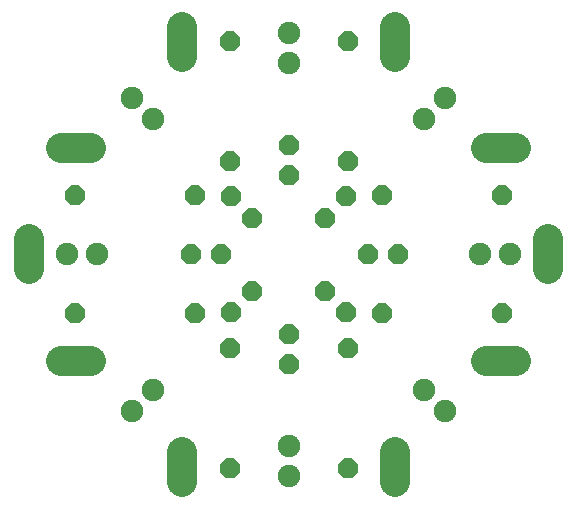
<source format=gbr>
G04 EAGLE Gerber RS-274X export*
G75*
%MOMM*%
%FSLAX34Y34*%
%LPD*%
%INBottom Copper*%
%IPPOS*%
%AMOC8*
5,1,8,0,0,1.08239X$1,22.5*%
G01*
%ADD10C,1.900000*%
%ADD11C,2.540000*%
%ADD12P,1.814519X8X292.500000*%
%ADD13P,1.814519X8X202.500000*%
%ADD14P,1.814519X8X112.500000*%
%ADD15P,1.814519X8X22.500000*%
%ADD16P,1.814519X8X157.500000*%
%ADD17P,1.814519X8X67.500000*%
%ADD18P,1.814519X8X337.500000*%
%ADD19P,1.814519X8X247.500000*%


D10*
X0Y-162300D03*
X0Y-187700D03*
X-114720Y-114720D03*
X-132680Y-132680D03*
X-162300Y0D03*
X-187700Y0D03*
X-114720Y114720D03*
X-132680Y132680D03*
X0Y162300D03*
X0Y187700D03*
X114720Y114720D03*
X132680Y132680D03*
X162300Y0D03*
X187700Y0D03*
X114720Y-114720D03*
X132680Y-132680D03*
D11*
X-90000Y167300D02*
X-90000Y192700D01*
X-220000Y12700D02*
X-220000Y-12700D01*
X90000Y167300D02*
X90000Y192700D01*
X-167300Y90000D02*
X-192700Y90000D01*
X167300Y90000D02*
X192700Y90000D01*
X90000Y-167300D02*
X90000Y-192700D01*
X-167300Y-90000D02*
X-192700Y-90000D01*
X167300Y-90000D02*
X192700Y-90000D01*
X-90000Y-167300D02*
X-90000Y-192700D01*
X220000Y-12700D02*
X220000Y12700D01*
D12*
X-50000Y-79200D03*
X-50000Y-180800D03*
D13*
X-79200Y-50000D03*
X-180800Y-50000D03*
X-79200Y50000D03*
X-180800Y50000D03*
D14*
X-50000Y79200D03*
X-50000Y180800D03*
X50000Y79200D03*
X50000Y180800D03*
D15*
X79200Y50000D03*
X180800Y50000D03*
X79200Y-50000D03*
X180800Y-50000D03*
D12*
X50000Y-79200D03*
X50000Y-180800D03*
D15*
X-82700Y0D03*
X-57300Y0D03*
D12*
X0Y92700D03*
X0Y67300D03*
D13*
X92700Y0D03*
X67300Y0D03*
D14*
X0Y-92700D03*
X0Y-67300D03*
D16*
X48980Y-48980D03*
X31020Y-31020D03*
D17*
X-48980Y-48980D03*
X-31020Y-31020D03*
D18*
X-48980Y48980D03*
X-31020Y31020D03*
D19*
X48980Y48980D03*
X31020Y31020D03*
M02*

</source>
